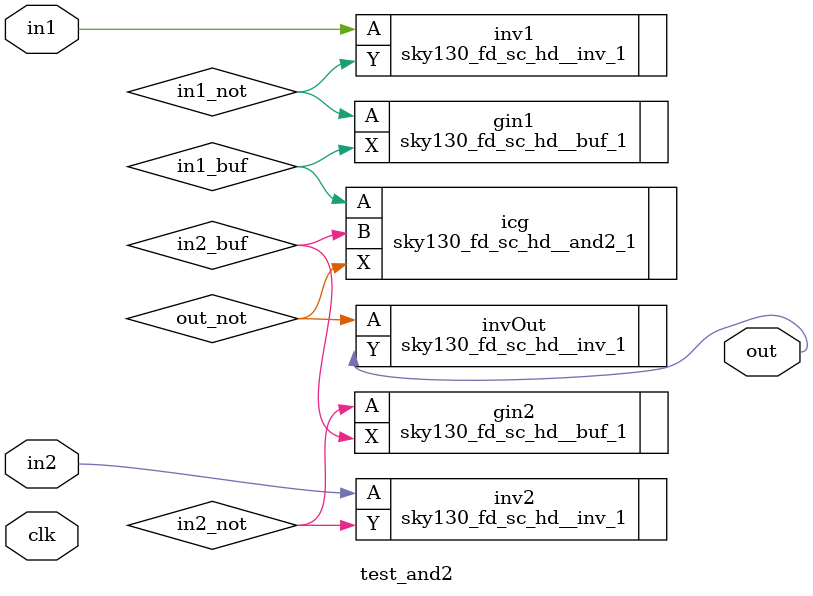
<source format=v>
module test_and2(clk, in1, in2, out);
  input  clk; // Not used but for easier verilator common flow
  input  in1;
  input  in2;
  output out;

  wire  in1_buf, in1_not;
  wire  in2_buf, in2_not;
  wire  out_not;

  sky130_fd_sc_hd__inv_1 inv1 (
    .A(in1),
    .Y(in1_not)
  );

  sky130_fd_sc_hd__inv_1 inv2 (
    .A(in2),
    .Y(in2_not)
  );

  sky130_fd_sc_hd__buf_1 gin1 (
    .A(in1_not),
    .X(in1_buf)
  );

  sky130_fd_sc_hd__buf_1 gin2 (
    .A(in2_not),
    .X(in2_buf)
  );

  sky130_fd_sc_hd__and2_1 icg (
    .A(in1_buf),
    .B(in2_buf),
    .X(out_not)
  );

  sky130_fd_sc_hd__inv_1 invOut (
    .A(out_not),
    .Y(out)
  );
endmodule

</source>
